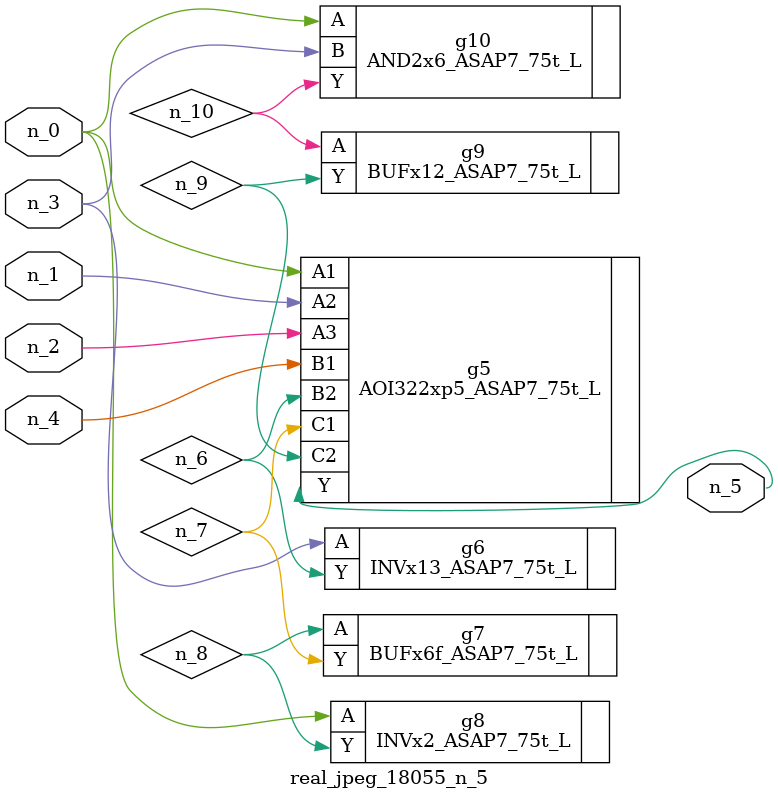
<source format=v>
module real_jpeg_18055_n_5 (n_4, n_0, n_1, n_2, n_3, n_5);

input n_4;
input n_0;
input n_1;
input n_2;
input n_3;

output n_5;

wire n_8;
wire n_6;
wire n_7;
wire n_10;
wire n_9;

AOI322xp5_ASAP7_75t_L g5 ( 
.A1(n_0),
.A2(n_1),
.A3(n_2),
.B1(n_4),
.B2(n_6),
.C1(n_7),
.C2(n_9),
.Y(n_5)
);

INVx2_ASAP7_75t_L g8 ( 
.A(n_0),
.Y(n_8)
);

AND2x6_ASAP7_75t_L g10 ( 
.A(n_0),
.B(n_3),
.Y(n_10)
);

INVx13_ASAP7_75t_L g6 ( 
.A(n_3),
.Y(n_6)
);

BUFx6f_ASAP7_75t_L g7 ( 
.A(n_8),
.Y(n_7)
);

BUFx12_ASAP7_75t_L g9 ( 
.A(n_10),
.Y(n_9)
);


endmodule
</source>
